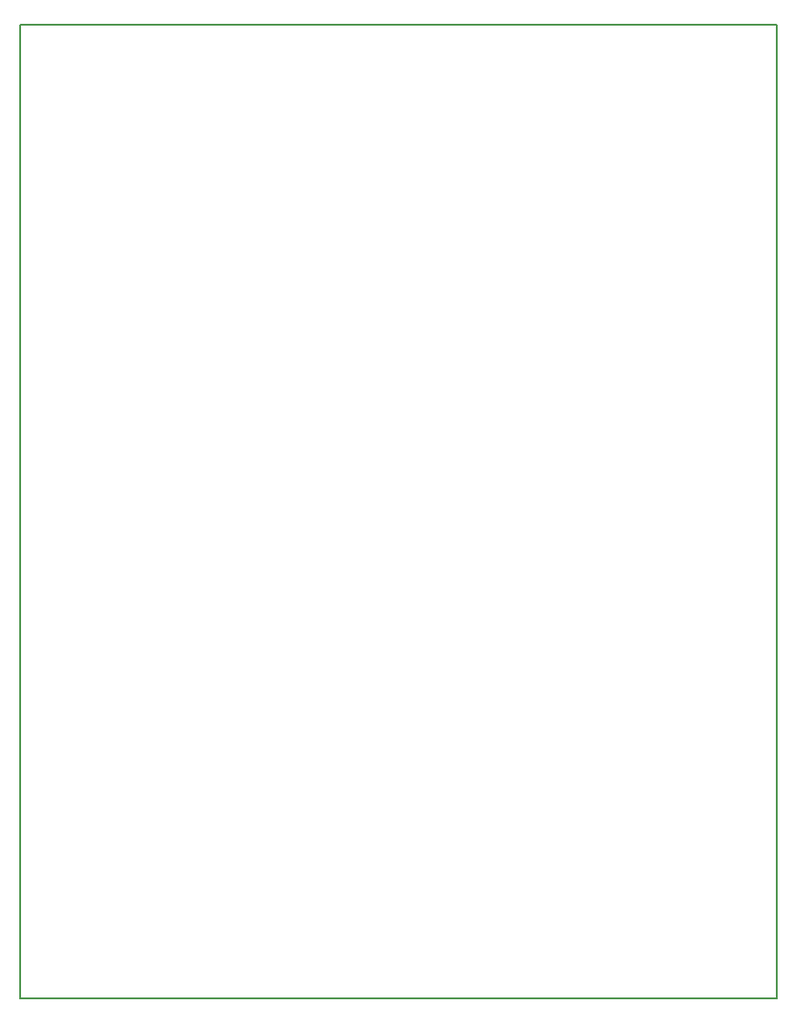
<source format=gbr>
G04 #@! TF.GenerationSoftware,KiCad,Pcbnew,(5.0.2)-1*
G04 #@! TF.CreationDate,2020-02-13T18:49:41+01:00*
G04 #@! TF.ProjectId,Project-ESD,50726f6a-6563-4742-9d45-53442e6b6963,rev?*
G04 #@! TF.SameCoordinates,Original*
G04 #@! TF.FileFunction,Profile,NP*
%FSLAX46Y46*%
G04 Gerber Fmt 4.6, Leading zero omitted, Abs format (unit mm)*
G04 Created by KiCad (PCBNEW (5.0.2)-1) date 2020-02-13 18:49:41*
%MOMM*%
%LPD*%
G01*
G04 APERTURE LIST*
%ADD10C,0.200000*%
G04 APERTURE END LIST*
D10*
X111200000Y-137700000D02*
X111200000Y-127700000D01*
X181200000Y-137700000D02*
X111200000Y-137700000D01*
X181200000Y-47700000D02*
X181200000Y-137700000D01*
X171200000Y-47700000D02*
X181200000Y-47700000D01*
X171200000Y-47700000D02*
X111200000Y-47700000D01*
X111200000Y-47700000D02*
X111200000Y-127700000D01*
M02*

</source>
